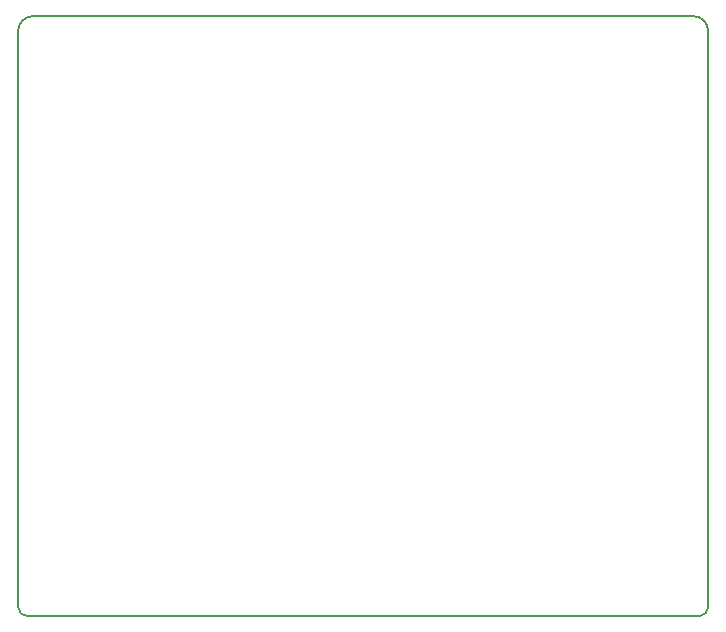
<source format=gm1>
G04 #@! TF.GenerationSoftware,KiCad,Pcbnew,(5.1.6)-1*
G04 #@! TF.CreationDate,2021-11-23T16:53:37-05:00*
G04 #@! TF.ProjectId,OpenC64Cart,4f70656e-4336-4344-9361-72742e6b6963,2*
G04 #@! TF.SameCoordinates,Original*
G04 #@! TF.FileFunction,Profile,NP*
%FSLAX46Y46*%
G04 Gerber Fmt 4.6, Leading zero omitted, Abs format (unit mm)*
G04 Created by KiCad (PCBNEW (5.1.6)-1) date 2021-11-23 16:53:37*
%MOMM*%
%LPD*%
G01*
G04 APERTURE LIST*
G04 #@! TA.AperFunction,Profile*
%ADD10C,0.150000*%
G04 #@! TD*
G04 APERTURE END LIST*
D10*
X60960000Y-78740000D02*
G75*
G03*
X59690000Y-80010000I0J-1270000D01*
G01*
X118110000Y-80010000D02*
G75*
G03*
X116840000Y-78740000I-1270000J0D01*
G01*
X117348000Y-129540000D02*
G75*
G03*
X118110000Y-128778000I0J762000D01*
G01*
X59690000Y-128778000D02*
G75*
G03*
X60452000Y-129540000I762000J0D01*
G01*
X59690000Y-128778000D02*
X59690000Y-80010000D01*
X117348000Y-129540000D02*
X60452000Y-129540000D01*
X118110000Y-80010000D02*
X118110000Y-128778000D01*
X60960000Y-78740000D02*
X116840000Y-78740000D01*
M02*

</source>
